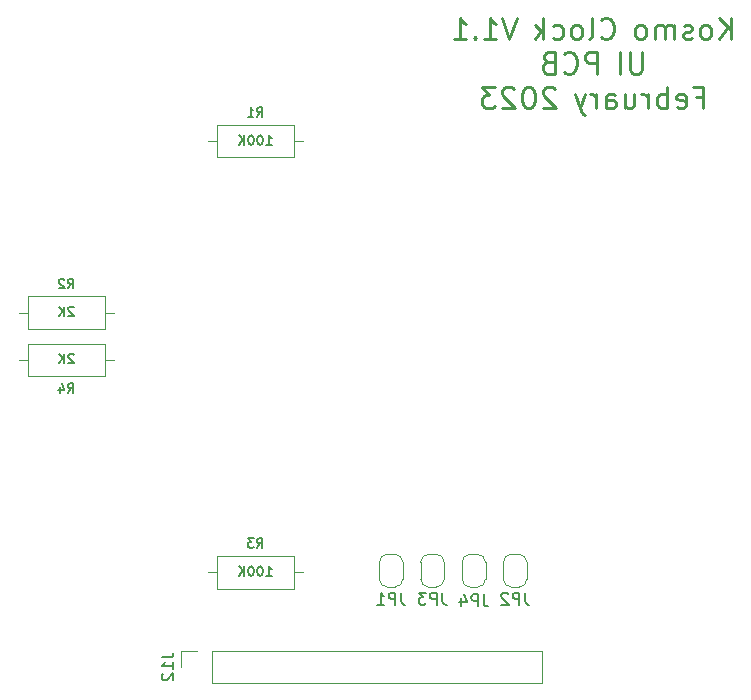
<source format=gbo>
G04 #@! TF.GenerationSoftware,KiCad,Pcbnew,(7.0.0)*
G04 #@! TF.CreationDate,2023-02-26T23:15:00-06:00*
G04 #@! TF.ProjectId,KosmoClockUI,4b6f736d-6f43-46c6-9f63-6b55492e6b69,rev?*
G04 #@! TF.SameCoordinates,Original*
G04 #@! TF.FileFunction,Legend,Bot*
G04 #@! TF.FilePolarity,Positive*
%FSLAX46Y46*%
G04 Gerber Fmt 4.6, Leading zero omitted, Abs format (unit mm)*
G04 Created by KiCad (PCBNEW (7.0.0)) date 2023-02-26 23:15:00*
%MOMM*%
%LPD*%
G01*
G04 APERTURE LIST*
G04 Aperture macros list*
%AMFreePoly0*
4,1,19,0.500000,-0.750000,0.000000,-0.750000,0.000000,-0.744911,-0.071157,-0.744911,-0.207708,-0.704816,-0.327430,-0.627875,-0.420627,-0.520320,-0.479746,-0.390866,-0.500000,-0.250000,-0.500000,0.250000,-0.479746,0.390866,-0.420627,0.520320,-0.327430,0.627875,-0.207708,0.704816,-0.071157,0.744911,0.000000,0.744911,0.000000,0.750000,0.500000,0.750000,0.500000,-0.750000,0.500000,-0.750000,
$1*%
%AMFreePoly1*
4,1,19,0.000000,0.744911,0.071157,0.744911,0.207708,0.704816,0.327430,0.627875,0.420627,0.520320,0.479746,0.390866,0.500000,0.250000,0.500000,-0.250000,0.479746,-0.390866,0.420627,-0.520320,0.327430,-0.627875,0.207708,-0.704816,0.071157,-0.744911,0.000000,-0.744911,0.000000,-0.750000,-0.500000,-0.750000,-0.500000,0.750000,0.000000,0.750000,0.000000,0.744911,0.000000,0.744911,
$1*%
G04 Aperture macros list end*
%ADD10C,0.250000*%
%ADD11C,0.150000*%
%ADD12C,0.120000*%
%ADD13C,2.700000*%
%ADD14C,3.000000*%
%ADD15C,1.600000*%
%ADD16C,1.800000*%
%ADD17R,2.000000X2.000000*%
%ADD18C,2.000000*%
%ADD19R,3.200000X2.000000*%
%ADD20FreePoly0,90.000000*%
%ADD21FreePoly1,90.000000*%
%ADD22FreePoly0,270.000000*%
%ADD23FreePoly1,270.000000*%
%ADD24O,1.600000X1.600000*%
%ADD25R,1.700000X1.700000*%
%ADD26O,1.700000X1.700000*%
G04 APERTURE END LIST*
D10*
X268808570Y-24345285D02*
X268808570Y-22545285D01*
X267779999Y-24345285D02*
X268551427Y-23316714D01*
X267779999Y-22545285D02*
X268808570Y-23573857D01*
X266751427Y-24345285D02*
X266922856Y-24259571D01*
X266922856Y-24259571D02*
X267008570Y-24173857D01*
X267008570Y-24173857D02*
X267094284Y-24002428D01*
X267094284Y-24002428D02*
X267094284Y-23488142D01*
X267094284Y-23488142D02*
X267008570Y-23316714D01*
X267008570Y-23316714D02*
X266922856Y-23231000D01*
X266922856Y-23231000D02*
X266751427Y-23145285D01*
X266751427Y-23145285D02*
X266494284Y-23145285D01*
X266494284Y-23145285D02*
X266322856Y-23231000D01*
X266322856Y-23231000D02*
X266237142Y-23316714D01*
X266237142Y-23316714D02*
X266151427Y-23488142D01*
X266151427Y-23488142D02*
X266151427Y-24002428D01*
X266151427Y-24002428D02*
X266237142Y-24173857D01*
X266237142Y-24173857D02*
X266322856Y-24259571D01*
X266322856Y-24259571D02*
X266494284Y-24345285D01*
X266494284Y-24345285D02*
X266751427Y-24345285D01*
X265465713Y-24259571D02*
X265294285Y-24345285D01*
X265294285Y-24345285D02*
X264951428Y-24345285D01*
X264951428Y-24345285D02*
X264779999Y-24259571D01*
X264779999Y-24259571D02*
X264694285Y-24088142D01*
X264694285Y-24088142D02*
X264694285Y-24002428D01*
X264694285Y-24002428D02*
X264779999Y-23831000D01*
X264779999Y-23831000D02*
X264951428Y-23745285D01*
X264951428Y-23745285D02*
X265208571Y-23745285D01*
X265208571Y-23745285D02*
X265379999Y-23659571D01*
X265379999Y-23659571D02*
X265465713Y-23488142D01*
X265465713Y-23488142D02*
X265465713Y-23402428D01*
X265465713Y-23402428D02*
X265379999Y-23231000D01*
X265379999Y-23231000D02*
X265208571Y-23145285D01*
X265208571Y-23145285D02*
X264951428Y-23145285D01*
X264951428Y-23145285D02*
X264779999Y-23231000D01*
X263922856Y-24345285D02*
X263922856Y-23145285D01*
X263922856Y-23316714D02*
X263837142Y-23231000D01*
X263837142Y-23231000D02*
X263665713Y-23145285D01*
X263665713Y-23145285D02*
X263408570Y-23145285D01*
X263408570Y-23145285D02*
X263237142Y-23231000D01*
X263237142Y-23231000D02*
X263151428Y-23402428D01*
X263151428Y-23402428D02*
X263151428Y-24345285D01*
X263151428Y-23402428D02*
X263065713Y-23231000D01*
X263065713Y-23231000D02*
X262894285Y-23145285D01*
X262894285Y-23145285D02*
X262637142Y-23145285D01*
X262637142Y-23145285D02*
X262465713Y-23231000D01*
X262465713Y-23231000D02*
X262379999Y-23402428D01*
X262379999Y-23402428D02*
X262379999Y-24345285D01*
X261265713Y-24345285D02*
X261437142Y-24259571D01*
X261437142Y-24259571D02*
X261522856Y-24173857D01*
X261522856Y-24173857D02*
X261608570Y-24002428D01*
X261608570Y-24002428D02*
X261608570Y-23488142D01*
X261608570Y-23488142D02*
X261522856Y-23316714D01*
X261522856Y-23316714D02*
X261437142Y-23231000D01*
X261437142Y-23231000D02*
X261265713Y-23145285D01*
X261265713Y-23145285D02*
X261008570Y-23145285D01*
X261008570Y-23145285D02*
X260837142Y-23231000D01*
X260837142Y-23231000D02*
X260751428Y-23316714D01*
X260751428Y-23316714D02*
X260665713Y-23488142D01*
X260665713Y-23488142D02*
X260665713Y-24002428D01*
X260665713Y-24002428D02*
X260751428Y-24173857D01*
X260751428Y-24173857D02*
X260837142Y-24259571D01*
X260837142Y-24259571D02*
X261008570Y-24345285D01*
X261008570Y-24345285D02*
X261265713Y-24345285D01*
X257785714Y-24173857D02*
X257871428Y-24259571D01*
X257871428Y-24259571D02*
X258128571Y-24345285D01*
X258128571Y-24345285D02*
X258299999Y-24345285D01*
X258299999Y-24345285D02*
X258557142Y-24259571D01*
X258557142Y-24259571D02*
X258728571Y-24088142D01*
X258728571Y-24088142D02*
X258814285Y-23916714D01*
X258814285Y-23916714D02*
X258899999Y-23573857D01*
X258899999Y-23573857D02*
X258899999Y-23316714D01*
X258899999Y-23316714D02*
X258814285Y-22973857D01*
X258814285Y-22973857D02*
X258728571Y-22802428D01*
X258728571Y-22802428D02*
X258557142Y-22631000D01*
X258557142Y-22631000D02*
X258299999Y-22545285D01*
X258299999Y-22545285D02*
X258128571Y-22545285D01*
X258128571Y-22545285D02*
X257871428Y-22631000D01*
X257871428Y-22631000D02*
X257785714Y-22716714D01*
X256757142Y-24345285D02*
X256928571Y-24259571D01*
X256928571Y-24259571D02*
X257014285Y-24088142D01*
X257014285Y-24088142D02*
X257014285Y-22545285D01*
X255814285Y-24345285D02*
X255985714Y-24259571D01*
X255985714Y-24259571D02*
X256071428Y-24173857D01*
X256071428Y-24173857D02*
X256157142Y-24002428D01*
X256157142Y-24002428D02*
X256157142Y-23488142D01*
X256157142Y-23488142D02*
X256071428Y-23316714D01*
X256071428Y-23316714D02*
X255985714Y-23231000D01*
X255985714Y-23231000D02*
X255814285Y-23145285D01*
X255814285Y-23145285D02*
X255557142Y-23145285D01*
X255557142Y-23145285D02*
X255385714Y-23231000D01*
X255385714Y-23231000D02*
X255300000Y-23316714D01*
X255300000Y-23316714D02*
X255214285Y-23488142D01*
X255214285Y-23488142D02*
X255214285Y-24002428D01*
X255214285Y-24002428D02*
X255300000Y-24173857D01*
X255300000Y-24173857D02*
X255385714Y-24259571D01*
X255385714Y-24259571D02*
X255557142Y-24345285D01*
X255557142Y-24345285D02*
X255814285Y-24345285D01*
X253671429Y-24259571D02*
X253842857Y-24345285D01*
X253842857Y-24345285D02*
X254185714Y-24345285D01*
X254185714Y-24345285D02*
X254357143Y-24259571D01*
X254357143Y-24259571D02*
X254442857Y-24173857D01*
X254442857Y-24173857D02*
X254528571Y-24002428D01*
X254528571Y-24002428D02*
X254528571Y-23488142D01*
X254528571Y-23488142D02*
X254442857Y-23316714D01*
X254442857Y-23316714D02*
X254357143Y-23231000D01*
X254357143Y-23231000D02*
X254185714Y-23145285D01*
X254185714Y-23145285D02*
X253842857Y-23145285D01*
X253842857Y-23145285D02*
X253671429Y-23231000D01*
X252900000Y-24345285D02*
X252900000Y-22545285D01*
X252728572Y-23659571D02*
X252214286Y-24345285D01*
X252214286Y-23145285D02*
X252900000Y-23831000D01*
X250620000Y-22545285D02*
X250020000Y-24345285D01*
X250020000Y-24345285D02*
X249420000Y-22545285D01*
X247877143Y-24345285D02*
X248905714Y-24345285D01*
X248391429Y-24345285D02*
X248391429Y-22545285D01*
X248391429Y-22545285D02*
X248562857Y-22802428D01*
X248562857Y-22802428D02*
X248734286Y-22973857D01*
X248734286Y-22973857D02*
X248905714Y-23059571D01*
X247105714Y-24173857D02*
X247020000Y-24259571D01*
X247020000Y-24259571D02*
X247105714Y-24345285D01*
X247105714Y-24345285D02*
X247191428Y-24259571D01*
X247191428Y-24259571D02*
X247105714Y-24173857D01*
X247105714Y-24173857D02*
X247105714Y-24345285D01*
X245305714Y-24345285D02*
X246334285Y-24345285D01*
X245820000Y-24345285D02*
X245820000Y-22545285D01*
X245820000Y-22545285D02*
X245991428Y-22802428D01*
X245991428Y-22802428D02*
X246162857Y-22973857D01*
X246162857Y-22973857D02*
X246334285Y-23059571D01*
X261282856Y-25461285D02*
X261282856Y-26918428D01*
X261282856Y-26918428D02*
X261197142Y-27089857D01*
X261197142Y-27089857D02*
X261111428Y-27175571D01*
X261111428Y-27175571D02*
X260939999Y-27261285D01*
X260939999Y-27261285D02*
X260597142Y-27261285D01*
X260597142Y-27261285D02*
X260425713Y-27175571D01*
X260425713Y-27175571D02*
X260339999Y-27089857D01*
X260339999Y-27089857D02*
X260254285Y-26918428D01*
X260254285Y-26918428D02*
X260254285Y-25461285D01*
X259397142Y-27261285D02*
X259397142Y-25461285D01*
X257459999Y-27261285D02*
X257459999Y-25461285D01*
X257459999Y-25461285D02*
X256774285Y-25461285D01*
X256774285Y-25461285D02*
X256602856Y-25547000D01*
X256602856Y-25547000D02*
X256517142Y-25632714D01*
X256517142Y-25632714D02*
X256431428Y-25804142D01*
X256431428Y-25804142D02*
X256431428Y-26061285D01*
X256431428Y-26061285D02*
X256517142Y-26232714D01*
X256517142Y-26232714D02*
X256602856Y-26318428D01*
X256602856Y-26318428D02*
X256774285Y-26404142D01*
X256774285Y-26404142D02*
X257459999Y-26404142D01*
X254631428Y-27089857D02*
X254717142Y-27175571D01*
X254717142Y-27175571D02*
X254974285Y-27261285D01*
X254974285Y-27261285D02*
X255145713Y-27261285D01*
X255145713Y-27261285D02*
X255402856Y-27175571D01*
X255402856Y-27175571D02*
X255574285Y-27004142D01*
X255574285Y-27004142D02*
X255659999Y-26832714D01*
X255659999Y-26832714D02*
X255745713Y-26489857D01*
X255745713Y-26489857D02*
X255745713Y-26232714D01*
X255745713Y-26232714D02*
X255659999Y-25889857D01*
X255659999Y-25889857D02*
X255574285Y-25718428D01*
X255574285Y-25718428D02*
X255402856Y-25547000D01*
X255402856Y-25547000D02*
X255145713Y-25461285D01*
X255145713Y-25461285D02*
X254974285Y-25461285D01*
X254974285Y-25461285D02*
X254717142Y-25547000D01*
X254717142Y-25547000D02*
X254631428Y-25632714D01*
X253259999Y-26318428D02*
X253002856Y-26404142D01*
X253002856Y-26404142D02*
X252917142Y-26489857D01*
X252917142Y-26489857D02*
X252831428Y-26661285D01*
X252831428Y-26661285D02*
X252831428Y-26918428D01*
X252831428Y-26918428D02*
X252917142Y-27089857D01*
X252917142Y-27089857D02*
X253002856Y-27175571D01*
X253002856Y-27175571D02*
X253174285Y-27261285D01*
X253174285Y-27261285D02*
X253859999Y-27261285D01*
X253859999Y-27261285D02*
X253859999Y-25461285D01*
X253859999Y-25461285D02*
X253259999Y-25461285D01*
X253259999Y-25461285D02*
X253088571Y-25547000D01*
X253088571Y-25547000D02*
X253002856Y-25632714D01*
X253002856Y-25632714D02*
X252917142Y-25804142D01*
X252917142Y-25804142D02*
X252917142Y-25975571D01*
X252917142Y-25975571D02*
X253002856Y-26147000D01*
X253002856Y-26147000D02*
X253088571Y-26232714D01*
X253088571Y-26232714D02*
X253259999Y-26318428D01*
X253259999Y-26318428D02*
X253859999Y-26318428D01*
X265825714Y-29234428D02*
X266425714Y-29234428D01*
X266425714Y-30177285D02*
X266425714Y-28377285D01*
X266425714Y-28377285D02*
X265568571Y-28377285D01*
X264197143Y-30091571D02*
X264368571Y-30177285D01*
X264368571Y-30177285D02*
X264711429Y-30177285D01*
X264711429Y-30177285D02*
X264882857Y-30091571D01*
X264882857Y-30091571D02*
X264968571Y-29920142D01*
X264968571Y-29920142D02*
X264968571Y-29234428D01*
X264968571Y-29234428D02*
X264882857Y-29063000D01*
X264882857Y-29063000D02*
X264711429Y-28977285D01*
X264711429Y-28977285D02*
X264368571Y-28977285D01*
X264368571Y-28977285D02*
X264197143Y-29063000D01*
X264197143Y-29063000D02*
X264111429Y-29234428D01*
X264111429Y-29234428D02*
X264111429Y-29405857D01*
X264111429Y-29405857D02*
X264968571Y-29577285D01*
X263340000Y-30177285D02*
X263340000Y-28377285D01*
X263340000Y-29063000D02*
X263168572Y-28977285D01*
X263168572Y-28977285D02*
X262825714Y-28977285D01*
X262825714Y-28977285D02*
X262654286Y-29063000D01*
X262654286Y-29063000D02*
X262568572Y-29148714D01*
X262568572Y-29148714D02*
X262482857Y-29320142D01*
X262482857Y-29320142D02*
X262482857Y-29834428D01*
X262482857Y-29834428D02*
X262568572Y-30005857D01*
X262568572Y-30005857D02*
X262654286Y-30091571D01*
X262654286Y-30091571D02*
X262825714Y-30177285D01*
X262825714Y-30177285D02*
X263168572Y-30177285D01*
X263168572Y-30177285D02*
X263340000Y-30091571D01*
X261711429Y-30177285D02*
X261711429Y-28977285D01*
X261711429Y-29320142D02*
X261625715Y-29148714D01*
X261625715Y-29148714D02*
X261540001Y-29063000D01*
X261540001Y-29063000D02*
X261368572Y-28977285D01*
X261368572Y-28977285D02*
X261197143Y-28977285D01*
X259825715Y-28977285D02*
X259825715Y-30177285D01*
X260597143Y-28977285D02*
X260597143Y-29920142D01*
X260597143Y-29920142D02*
X260511429Y-30091571D01*
X260511429Y-30091571D02*
X260340000Y-30177285D01*
X260340000Y-30177285D02*
X260082857Y-30177285D01*
X260082857Y-30177285D02*
X259911429Y-30091571D01*
X259911429Y-30091571D02*
X259825715Y-30005857D01*
X258197144Y-30177285D02*
X258197144Y-29234428D01*
X258197144Y-29234428D02*
X258282858Y-29063000D01*
X258282858Y-29063000D02*
X258454286Y-28977285D01*
X258454286Y-28977285D02*
X258797144Y-28977285D01*
X258797144Y-28977285D02*
X258968572Y-29063000D01*
X258197144Y-30091571D02*
X258368572Y-30177285D01*
X258368572Y-30177285D02*
X258797144Y-30177285D01*
X258797144Y-30177285D02*
X258968572Y-30091571D01*
X258968572Y-30091571D02*
X259054286Y-29920142D01*
X259054286Y-29920142D02*
X259054286Y-29748714D01*
X259054286Y-29748714D02*
X258968572Y-29577285D01*
X258968572Y-29577285D02*
X258797144Y-29491571D01*
X258797144Y-29491571D02*
X258368572Y-29491571D01*
X258368572Y-29491571D02*
X258197144Y-29405857D01*
X257340001Y-30177285D02*
X257340001Y-28977285D01*
X257340001Y-29320142D02*
X257254287Y-29148714D01*
X257254287Y-29148714D02*
X257168573Y-29063000D01*
X257168573Y-29063000D02*
X256997144Y-28977285D01*
X256997144Y-28977285D02*
X256825715Y-28977285D01*
X256397144Y-28977285D02*
X255968572Y-30177285D01*
X255540001Y-28977285D02*
X255968572Y-30177285D01*
X255968572Y-30177285D02*
X256140001Y-30605857D01*
X256140001Y-30605857D02*
X256225715Y-30691571D01*
X256225715Y-30691571D02*
X256397144Y-30777285D01*
X253860000Y-28548714D02*
X253774286Y-28463000D01*
X253774286Y-28463000D02*
X253602858Y-28377285D01*
X253602858Y-28377285D02*
X253174286Y-28377285D01*
X253174286Y-28377285D02*
X253002858Y-28463000D01*
X253002858Y-28463000D02*
X252917143Y-28548714D01*
X252917143Y-28548714D02*
X252831429Y-28720142D01*
X252831429Y-28720142D02*
X252831429Y-28891571D01*
X252831429Y-28891571D02*
X252917143Y-29148714D01*
X252917143Y-29148714D02*
X253945715Y-30177285D01*
X253945715Y-30177285D02*
X252831429Y-30177285D01*
X251717143Y-28377285D02*
X251545714Y-28377285D01*
X251545714Y-28377285D02*
X251374286Y-28463000D01*
X251374286Y-28463000D02*
X251288572Y-28548714D01*
X251288572Y-28548714D02*
X251202857Y-28720142D01*
X251202857Y-28720142D02*
X251117143Y-29063000D01*
X251117143Y-29063000D02*
X251117143Y-29491571D01*
X251117143Y-29491571D02*
X251202857Y-29834428D01*
X251202857Y-29834428D02*
X251288572Y-30005857D01*
X251288572Y-30005857D02*
X251374286Y-30091571D01*
X251374286Y-30091571D02*
X251545714Y-30177285D01*
X251545714Y-30177285D02*
X251717143Y-30177285D01*
X251717143Y-30177285D02*
X251888572Y-30091571D01*
X251888572Y-30091571D02*
X251974286Y-30005857D01*
X251974286Y-30005857D02*
X252060000Y-29834428D01*
X252060000Y-29834428D02*
X252145714Y-29491571D01*
X252145714Y-29491571D02*
X252145714Y-29063000D01*
X252145714Y-29063000D02*
X252060000Y-28720142D01*
X252060000Y-28720142D02*
X251974286Y-28548714D01*
X251974286Y-28548714D02*
X251888572Y-28463000D01*
X251888572Y-28463000D02*
X251717143Y-28377285D01*
X250431428Y-28548714D02*
X250345714Y-28463000D01*
X250345714Y-28463000D02*
X250174286Y-28377285D01*
X250174286Y-28377285D02*
X249745714Y-28377285D01*
X249745714Y-28377285D02*
X249574286Y-28463000D01*
X249574286Y-28463000D02*
X249488571Y-28548714D01*
X249488571Y-28548714D02*
X249402857Y-28720142D01*
X249402857Y-28720142D02*
X249402857Y-28891571D01*
X249402857Y-28891571D02*
X249488571Y-29148714D01*
X249488571Y-29148714D02*
X250517143Y-30177285D01*
X250517143Y-30177285D02*
X249402857Y-30177285D01*
X248802857Y-28377285D02*
X247688571Y-28377285D01*
X247688571Y-28377285D02*
X248288571Y-29063000D01*
X248288571Y-29063000D02*
X248031428Y-29063000D01*
X248031428Y-29063000D02*
X247860000Y-29148714D01*
X247860000Y-29148714D02*
X247774285Y-29234428D01*
X247774285Y-29234428D02*
X247688571Y-29405857D01*
X247688571Y-29405857D02*
X247688571Y-29834428D01*
X247688571Y-29834428D02*
X247774285Y-30005857D01*
X247774285Y-30005857D02*
X247860000Y-30091571D01*
X247860000Y-30091571D02*
X248031428Y-30177285D01*
X248031428Y-30177285D02*
X248545714Y-30177285D01*
X248545714Y-30177285D02*
X248717142Y-30091571D01*
X248717142Y-30091571D02*
X248802857Y-30005857D01*
D11*
X240833333Y-71217380D02*
X240833333Y-71931666D01*
X240833333Y-71931666D02*
X240880952Y-72074523D01*
X240880952Y-72074523D02*
X240976190Y-72169761D01*
X240976190Y-72169761D02*
X241119047Y-72217380D01*
X241119047Y-72217380D02*
X241214285Y-72217380D01*
X240357142Y-72217380D02*
X240357142Y-71217380D01*
X240357142Y-71217380D02*
X239976190Y-71217380D01*
X239976190Y-71217380D02*
X239880952Y-71265000D01*
X239880952Y-71265000D02*
X239833333Y-71312619D01*
X239833333Y-71312619D02*
X239785714Y-71407857D01*
X239785714Y-71407857D02*
X239785714Y-71550714D01*
X239785714Y-71550714D02*
X239833333Y-71645952D01*
X239833333Y-71645952D02*
X239880952Y-71693571D01*
X239880952Y-71693571D02*
X239976190Y-71741190D01*
X239976190Y-71741190D02*
X240357142Y-71741190D01*
X238833333Y-72217380D02*
X239404761Y-72217380D01*
X239119047Y-72217380D02*
X239119047Y-71217380D01*
X239119047Y-71217380D02*
X239214285Y-71360238D01*
X239214285Y-71360238D02*
X239309523Y-71455476D01*
X239309523Y-71455476D02*
X239404761Y-71503095D01*
X251333333Y-71217380D02*
X251333333Y-71931666D01*
X251333333Y-71931666D02*
X251380952Y-72074523D01*
X251380952Y-72074523D02*
X251476190Y-72169761D01*
X251476190Y-72169761D02*
X251619047Y-72217380D01*
X251619047Y-72217380D02*
X251714285Y-72217380D01*
X250857142Y-72217380D02*
X250857142Y-71217380D01*
X250857142Y-71217380D02*
X250476190Y-71217380D01*
X250476190Y-71217380D02*
X250380952Y-71265000D01*
X250380952Y-71265000D02*
X250333333Y-71312619D01*
X250333333Y-71312619D02*
X250285714Y-71407857D01*
X250285714Y-71407857D02*
X250285714Y-71550714D01*
X250285714Y-71550714D02*
X250333333Y-71645952D01*
X250333333Y-71645952D02*
X250380952Y-71693571D01*
X250380952Y-71693571D02*
X250476190Y-71741190D01*
X250476190Y-71741190D02*
X250857142Y-71741190D01*
X249904761Y-71312619D02*
X249857142Y-71265000D01*
X249857142Y-71265000D02*
X249761904Y-71217380D01*
X249761904Y-71217380D02*
X249523809Y-71217380D01*
X249523809Y-71217380D02*
X249428571Y-71265000D01*
X249428571Y-71265000D02*
X249380952Y-71312619D01*
X249380952Y-71312619D02*
X249333333Y-71407857D01*
X249333333Y-71407857D02*
X249333333Y-71503095D01*
X249333333Y-71503095D02*
X249380952Y-71645952D01*
X249380952Y-71645952D02*
X249952380Y-72217380D01*
X249952380Y-72217380D02*
X249333333Y-72217380D01*
X228633332Y-67423904D02*
X228899999Y-67042952D01*
X229090475Y-67423904D02*
X229090475Y-66623904D01*
X229090475Y-66623904D02*
X228785713Y-66623904D01*
X228785713Y-66623904D02*
X228709523Y-66662000D01*
X228709523Y-66662000D02*
X228671428Y-66700095D01*
X228671428Y-66700095D02*
X228633332Y-66776285D01*
X228633332Y-66776285D02*
X228633332Y-66890571D01*
X228633332Y-66890571D02*
X228671428Y-66966761D01*
X228671428Y-66966761D02*
X228709523Y-67004857D01*
X228709523Y-67004857D02*
X228785713Y-67042952D01*
X228785713Y-67042952D02*
X229090475Y-67042952D01*
X228366666Y-66623904D02*
X227871428Y-66623904D01*
X227871428Y-66623904D02*
X228138094Y-66928666D01*
X228138094Y-66928666D02*
X228023809Y-66928666D01*
X228023809Y-66928666D02*
X227947618Y-66966761D01*
X227947618Y-66966761D02*
X227909523Y-67004857D01*
X227909523Y-67004857D02*
X227871428Y-67081047D01*
X227871428Y-67081047D02*
X227871428Y-67271523D01*
X227871428Y-67271523D02*
X227909523Y-67347714D01*
X227909523Y-67347714D02*
X227947618Y-67385809D01*
X227947618Y-67385809D02*
X228023809Y-67423904D01*
X228023809Y-67423904D02*
X228252380Y-67423904D01*
X228252380Y-67423904D02*
X228328571Y-67385809D01*
X228328571Y-67385809D02*
X228366666Y-67347714D01*
X229433333Y-69793904D02*
X229890476Y-69793904D01*
X229661904Y-69793904D02*
X229661904Y-68993904D01*
X229661904Y-68993904D02*
X229738095Y-69108190D01*
X229738095Y-69108190D02*
X229814285Y-69184380D01*
X229814285Y-69184380D02*
X229890476Y-69222476D01*
X228938094Y-68993904D02*
X228861904Y-68993904D01*
X228861904Y-68993904D02*
X228785713Y-69032000D01*
X228785713Y-69032000D02*
X228747618Y-69070095D01*
X228747618Y-69070095D02*
X228709523Y-69146285D01*
X228709523Y-69146285D02*
X228671428Y-69298666D01*
X228671428Y-69298666D02*
X228671428Y-69489142D01*
X228671428Y-69489142D02*
X228709523Y-69641523D01*
X228709523Y-69641523D02*
X228747618Y-69717714D01*
X228747618Y-69717714D02*
X228785713Y-69755809D01*
X228785713Y-69755809D02*
X228861904Y-69793904D01*
X228861904Y-69793904D02*
X228938094Y-69793904D01*
X228938094Y-69793904D02*
X229014285Y-69755809D01*
X229014285Y-69755809D02*
X229052380Y-69717714D01*
X229052380Y-69717714D02*
X229090475Y-69641523D01*
X229090475Y-69641523D02*
X229128571Y-69489142D01*
X229128571Y-69489142D02*
X229128571Y-69298666D01*
X229128571Y-69298666D02*
X229090475Y-69146285D01*
X229090475Y-69146285D02*
X229052380Y-69070095D01*
X229052380Y-69070095D02*
X229014285Y-69032000D01*
X229014285Y-69032000D02*
X228938094Y-68993904D01*
X228176189Y-68993904D02*
X228099999Y-68993904D01*
X228099999Y-68993904D02*
X228023808Y-69032000D01*
X228023808Y-69032000D02*
X227985713Y-69070095D01*
X227985713Y-69070095D02*
X227947618Y-69146285D01*
X227947618Y-69146285D02*
X227909523Y-69298666D01*
X227909523Y-69298666D02*
X227909523Y-69489142D01*
X227909523Y-69489142D02*
X227947618Y-69641523D01*
X227947618Y-69641523D02*
X227985713Y-69717714D01*
X227985713Y-69717714D02*
X228023808Y-69755809D01*
X228023808Y-69755809D02*
X228099999Y-69793904D01*
X228099999Y-69793904D02*
X228176189Y-69793904D01*
X228176189Y-69793904D02*
X228252380Y-69755809D01*
X228252380Y-69755809D02*
X228290475Y-69717714D01*
X228290475Y-69717714D02*
X228328570Y-69641523D01*
X228328570Y-69641523D02*
X228366666Y-69489142D01*
X228366666Y-69489142D02*
X228366666Y-69298666D01*
X228366666Y-69298666D02*
X228328570Y-69146285D01*
X228328570Y-69146285D02*
X228290475Y-69070095D01*
X228290475Y-69070095D02*
X228252380Y-69032000D01*
X228252380Y-69032000D02*
X228176189Y-68993904D01*
X227566665Y-69793904D02*
X227566665Y-68993904D01*
X227109522Y-69793904D02*
X227452380Y-69336761D01*
X227109522Y-68993904D02*
X227566665Y-69451047D01*
X212633332Y-54293904D02*
X212899999Y-53912952D01*
X213090475Y-54293904D02*
X213090475Y-53493904D01*
X213090475Y-53493904D02*
X212785713Y-53493904D01*
X212785713Y-53493904D02*
X212709523Y-53532000D01*
X212709523Y-53532000D02*
X212671428Y-53570095D01*
X212671428Y-53570095D02*
X212633332Y-53646285D01*
X212633332Y-53646285D02*
X212633332Y-53760571D01*
X212633332Y-53760571D02*
X212671428Y-53836761D01*
X212671428Y-53836761D02*
X212709523Y-53874857D01*
X212709523Y-53874857D02*
X212785713Y-53912952D01*
X212785713Y-53912952D02*
X213090475Y-53912952D01*
X211947618Y-53760571D02*
X211947618Y-54293904D01*
X212138094Y-53455809D02*
X212328571Y-54027238D01*
X212328571Y-54027238D02*
X211833332Y-54027238D01*
X213128571Y-51070095D02*
X213090475Y-51032000D01*
X213090475Y-51032000D02*
X213014285Y-50993904D01*
X213014285Y-50993904D02*
X212823809Y-50993904D01*
X212823809Y-50993904D02*
X212747618Y-51032000D01*
X212747618Y-51032000D02*
X212709523Y-51070095D01*
X212709523Y-51070095D02*
X212671428Y-51146285D01*
X212671428Y-51146285D02*
X212671428Y-51222476D01*
X212671428Y-51222476D02*
X212709523Y-51336761D01*
X212709523Y-51336761D02*
X213166666Y-51793904D01*
X213166666Y-51793904D02*
X212671428Y-51793904D01*
X212328570Y-51793904D02*
X212328570Y-50993904D01*
X211871427Y-51793904D02*
X212214285Y-51336761D01*
X211871427Y-50993904D02*
X212328570Y-51451047D01*
X247833333Y-71367380D02*
X247833333Y-72081666D01*
X247833333Y-72081666D02*
X247880952Y-72224523D01*
X247880952Y-72224523D02*
X247976190Y-72319761D01*
X247976190Y-72319761D02*
X248119047Y-72367380D01*
X248119047Y-72367380D02*
X248214285Y-72367380D01*
X247357142Y-72367380D02*
X247357142Y-71367380D01*
X247357142Y-71367380D02*
X246976190Y-71367380D01*
X246976190Y-71367380D02*
X246880952Y-71415000D01*
X246880952Y-71415000D02*
X246833333Y-71462619D01*
X246833333Y-71462619D02*
X246785714Y-71557857D01*
X246785714Y-71557857D02*
X246785714Y-71700714D01*
X246785714Y-71700714D02*
X246833333Y-71795952D01*
X246833333Y-71795952D02*
X246880952Y-71843571D01*
X246880952Y-71843571D02*
X246976190Y-71891190D01*
X246976190Y-71891190D02*
X247357142Y-71891190D01*
X245928571Y-71700714D02*
X245928571Y-72367380D01*
X246166666Y-71319761D02*
X246404761Y-72034047D01*
X246404761Y-72034047D02*
X245785714Y-72034047D01*
X244333333Y-71217380D02*
X244333333Y-71931666D01*
X244333333Y-71931666D02*
X244380952Y-72074523D01*
X244380952Y-72074523D02*
X244476190Y-72169761D01*
X244476190Y-72169761D02*
X244619047Y-72217380D01*
X244619047Y-72217380D02*
X244714285Y-72217380D01*
X243857142Y-72217380D02*
X243857142Y-71217380D01*
X243857142Y-71217380D02*
X243476190Y-71217380D01*
X243476190Y-71217380D02*
X243380952Y-71265000D01*
X243380952Y-71265000D02*
X243333333Y-71312619D01*
X243333333Y-71312619D02*
X243285714Y-71407857D01*
X243285714Y-71407857D02*
X243285714Y-71550714D01*
X243285714Y-71550714D02*
X243333333Y-71645952D01*
X243333333Y-71645952D02*
X243380952Y-71693571D01*
X243380952Y-71693571D02*
X243476190Y-71741190D01*
X243476190Y-71741190D02*
X243857142Y-71741190D01*
X242952380Y-71217380D02*
X242333333Y-71217380D01*
X242333333Y-71217380D02*
X242666666Y-71598333D01*
X242666666Y-71598333D02*
X242523809Y-71598333D01*
X242523809Y-71598333D02*
X242428571Y-71645952D01*
X242428571Y-71645952D02*
X242380952Y-71693571D01*
X242380952Y-71693571D02*
X242333333Y-71788809D01*
X242333333Y-71788809D02*
X242333333Y-72026904D01*
X242333333Y-72026904D02*
X242380952Y-72122142D01*
X242380952Y-72122142D02*
X242428571Y-72169761D01*
X242428571Y-72169761D02*
X242523809Y-72217380D01*
X242523809Y-72217380D02*
X242809523Y-72217380D01*
X242809523Y-72217380D02*
X242904761Y-72169761D01*
X242904761Y-72169761D02*
X242952380Y-72122142D01*
X212633332Y-45423904D02*
X212899999Y-45042952D01*
X213090475Y-45423904D02*
X213090475Y-44623904D01*
X213090475Y-44623904D02*
X212785713Y-44623904D01*
X212785713Y-44623904D02*
X212709523Y-44662000D01*
X212709523Y-44662000D02*
X212671428Y-44700095D01*
X212671428Y-44700095D02*
X212633332Y-44776285D01*
X212633332Y-44776285D02*
X212633332Y-44890571D01*
X212633332Y-44890571D02*
X212671428Y-44966761D01*
X212671428Y-44966761D02*
X212709523Y-45004857D01*
X212709523Y-45004857D02*
X212785713Y-45042952D01*
X212785713Y-45042952D02*
X213090475Y-45042952D01*
X212328571Y-44700095D02*
X212290475Y-44662000D01*
X212290475Y-44662000D02*
X212214285Y-44623904D01*
X212214285Y-44623904D02*
X212023809Y-44623904D01*
X212023809Y-44623904D02*
X211947618Y-44662000D01*
X211947618Y-44662000D02*
X211909523Y-44700095D01*
X211909523Y-44700095D02*
X211871428Y-44776285D01*
X211871428Y-44776285D02*
X211871428Y-44852476D01*
X211871428Y-44852476D02*
X211909523Y-44966761D01*
X211909523Y-44966761D02*
X212366666Y-45423904D01*
X212366666Y-45423904D02*
X211871428Y-45423904D01*
X213128571Y-47070095D02*
X213090475Y-47032000D01*
X213090475Y-47032000D02*
X213014285Y-46993904D01*
X213014285Y-46993904D02*
X212823809Y-46993904D01*
X212823809Y-46993904D02*
X212747618Y-47032000D01*
X212747618Y-47032000D02*
X212709523Y-47070095D01*
X212709523Y-47070095D02*
X212671428Y-47146285D01*
X212671428Y-47146285D02*
X212671428Y-47222476D01*
X212671428Y-47222476D02*
X212709523Y-47336761D01*
X212709523Y-47336761D02*
X213166666Y-47793904D01*
X213166666Y-47793904D02*
X212671428Y-47793904D01*
X212328570Y-47793904D02*
X212328570Y-46993904D01*
X211871427Y-47793904D02*
X212214285Y-47336761D01*
X211871427Y-46993904D02*
X212328570Y-47451047D01*
X220562380Y-76690476D02*
X221276666Y-76690476D01*
X221276666Y-76690476D02*
X221419523Y-76642857D01*
X221419523Y-76642857D02*
X221514761Y-76547619D01*
X221514761Y-76547619D02*
X221562380Y-76404762D01*
X221562380Y-76404762D02*
X221562380Y-76309524D01*
X221562380Y-77690476D02*
X221562380Y-77119048D01*
X221562380Y-77404762D02*
X220562380Y-77404762D01*
X220562380Y-77404762D02*
X220705238Y-77309524D01*
X220705238Y-77309524D02*
X220800476Y-77214286D01*
X220800476Y-77214286D02*
X220848095Y-77119048D01*
X220657619Y-78071429D02*
X220610000Y-78119048D01*
X220610000Y-78119048D02*
X220562380Y-78214286D01*
X220562380Y-78214286D02*
X220562380Y-78452381D01*
X220562380Y-78452381D02*
X220610000Y-78547619D01*
X220610000Y-78547619D02*
X220657619Y-78595238D01*
X220657619Y-78595238D02*
X220752857Y-78642857D01*
X220752857Y-78642857D02*
X220848095Y-78642857D01*
X220848095Y-78642857D02*
X220990952Y-78595238D01*
X220990952Y-78595238D02*
X221562380Y-78023810D01*
X221562380Y-78023810D02*
X221562380Y-78642857D01*
X228633332Y-30923904D02*
X228899999Y-30542952D01*
X229090475Y-30923904D02*
X229090475Y-30123904D01*
X229090475Y-30123904D02*
X228785713Y-30123904D01*
X228785713Y-30123904D02*
X228709523Y-30162000D01*
X228709523Y-30162000D02*
X228671428Y-30200095D01*
X228671428Y-30200095D02*
X228633332Y-30276285D01*
X228633332Y-30276285D02*
X228633332Y-30390571D01*
X228633332Y-30390571D02*
X228671428Y-30466761D01*
X228671428Y-30466761D02*
X228709523Y-30504857D01*
X228709523Y-30504857D02*
X228785713Y-30542952D01*
X228785713Y-30542952D02*
X229090475Y-30542952D01*
X227871428Y-30923904D02*
X228328571Y-30923904D01*
X228099999Y-30923904D02*
X228099999Y-30123904D01*
X228099999Y-30123904D02*
X228176190Y-30238190D01*
X228176190Y-30238190D02*
X228252380Y-30314380D01*
X228252380Y-30314380D02*
X228328571Y-30352476D01*
X229433333Y-33293904D02*
X229890476Y-33293904D01*
X229661904Y-33293904D02*
X229661904Y-32493904D01*
X229661904Y-32493904D02*
X229738095Y-32608190D01*
X229738095Y-32608190D02*
X229814285Y-32684380D01*
X229814285Y-32684380D02*
X229890476Y-32722476D01*
X228938094Y-32493904D02*
X228861904Y-32493904D01*
X228861904Y-32493904D02*
X228785713Y-32532000D01*
X228785713Y-32532000D02*
X228747618Y-32570095D01*
X228747618Y-32570095D02*
X228709523Y-32646285D01*
X228709523Y-32646285D02*
X228671428Y-32798666D01*
X228671428Y-32798666D02*
X228671428Y-32989142D01*
X228671428Y-32989142D02*
X228709523Y-33141523D01*
X228709523Y-33141523D02*
X228747618Y-33217714D01*
X228747618Y-33217714D02*
X228785713Y-33255809D01*
X228785713Y-33255809D02*
X228861904Y-33293904D01*
X228861904Y-33293904D02*
X228938094Y-33293904D01*
X228938094Y-33293904D02*
X229014285Y-33255809D01*
X229014285Y-33255809D02*
X229052380Y-33217714D01*
X229052380Y-33217714D02*
X229090475Y-33141523D01*
X229090475Y-33141523D02*
X229128571Y-32989142D01*
X229128571Y-32989142D02*
X229128571Y-32798666D01*
X229128571Y-32798666D02*
X229090475Y-32646285D01*
X229090475Y-32646285D02*
X229052380Y-32570095D01*
X229052380Y-32570095D02*
X229014285Y-32532000D01*
X229014285Y-32532000D02*
X228938094Y-32493904D01*
X228176189Y-32493904D02*
X228099999Y-32493904D01*
X228099999Y-32493904D02*
X228023808Y-32532000D01*
X228023808Y-32532000D02*
X227985713Y-32570095D01*
X227985713Y-32570095D02*
X227947618Y-32646285D01*
X227947618Y-32646285D02*
X227909523Y-32798666D01*
X227909523Y-32798666D02*
X227909523Y-32989142D01*
X227909523Y-32989142D02*
X227947618Y-33141523D01*
X227947618Y-33141523D02*
X227985713Y-33217714D01*
X227985713Y-33217714D02*
X228023808Y-33255809D01*
X228023808Y-33255809D02*
X228099999Y-33293904D01*
X228099999Y-33293904D02*
X228176189Y-33293904D01*
X228176189Y-33293904D02*
X228252380Y-33255809D01*
X228252380Y-33255809D02*
X228290475Y-33217714D01*
X228290475Y-33217714D02*
X228328570Y-33141523D01*
X228328570Y-33141523D02*
X228366666Y-32989142D01*
X228366666Y-32989142D02*
X228366666Y-32798666D01*
X228366666Y-32798666D02*
X228328570Y-32646285D01*
X228328570Y-32646285D02*
X228290475Y-32570095D01*
X228290475Y-32570095D02*
X228252380Y-32532000D01*
X228252380Y-32532000D02*
X228176189Y-32493904D01*
X227566665Y-33293904D02*
X227566665Y-32493904D01*
X227109522Y-33293904D02*
X227452380Y-32836761D01*
X227109522Y-32493904D02*
X227566665Y-32951047D01*
D12*
X239700000Y-70750000D02*
X240300000Y-70750000D01*
X241000000Y-70050000D02*
X241000000Y-68650000D01*
X239000000Y-68650000D02*
X239000000Y-70050000D01*
X240300000Y-67950000D02*
X239700000Y-67950000D01*
X239000000Y-70050000D02*
G75*
G03*
X239700000Y-70750000I699999J-1D01*
G01*
X240300000Y-70750000D02*
G75*
G03*
X241000000Y-70050000I1J699999D01*
G01*
X239700000Y-67950000D02*
G75*
G03*
X239000000Y-68650000I0J-700000D01*
G01*
X241000000Y-68650000D02*
G75*
G03*
X240300000Y-67950000I-700000J0D01*
G01*
X250800000Y-67950000D02*
X250200000Y-67950000D01*
X249500000Y-68650000D02*
X249500000Y-70050000D01*
X251500000Y-70050000D02*
X251500000Y-68650000D01*
X250200000Y-70750000D02*
X250800000Y-70750000D01*
X251500000Y-68650000D02*
G75*
G03*
X250800000Y-67950000I-699999J1D01*
G01*
X250200000Y-67950000D02*
G75*
G03*
X249500000Y-68650000I-1J-699999D01*
G01*
X250800000Y-70750000D02*
G75*
G03*
X251500000Y-70050000I0J700000D01*
G01*
X249500000Y-70050000D02*
G75*
G03*
X250200000Y-70750000I700000J0D01*
G01*
X232540000Y-69500000D02*
X231770000Y-69500000D01*
X231770000Y-70870000D02*
X225230000Y-70870000D01*
X231770000Y-68130000D02*
X231770000Y-70870000D01*
X225230000Y-70870000D02*
X225230000Y-68130000D01*
X225230000Y-68130000D02*
X231770000Y-68130000D01*
X224460000Y-69500000D02*
X225230000Y-69500000D01*
X216540000Y-51500000D02*
X215770000Y-51500000D01*
X215770000Y-52870000D02*
X209230000Y-52870000D01*
X215770000Y-50130000D02*
X215770000Y-52870000D01*
X209230000Y-52870000D02*
X209230000Y-50130000D01*
X209230000Y-50130000D02*
X215770000Y-50130000D01*
X208460000Y-51500000D02*
X209230000Y-51500000D01*
X246700000Y-70750000D02*
X247300000Y-70750000D01*
X248000000Y-70050000D02*
X248000000Y-68650000D01*
X246000000Y-68650000D02*
X246000000Y-70050000D01*
X247300000Y-67950000D02*
X246700000Y-67950000D01*
X246000000Y-70050000D02*
G75*
G03*
X246700000Y-70750000I699999J-1D01*
G01*
X247300000Y-70750000D02*
G75*
G03*
X248000000Y-70050000I1J699999D01*
G01*
X246700000Y-67950000D02*
G75*
G03*
X246000000Y-68650000I0J-700000D01*
G01*
X248000000Y-68650000D02*
G75*
G03*
X247300000Y-67950000I-700000J0D01*
G01*
X243800000Y-67950000D02*
X243200000Y-67950000D01*
X242500000Y-68650000D02*
X242500000Y-70050000D01*
X244500000Y-70050000D02*
X244500000Y-68650000D01*
X243200000Y-70750000D02*
X243800000Y-70750000D01*
X244500000Y-68650000D02*
G75*
G03*
X243800000Y-67950000I-699999J1D01*
G01*
X243200000Y-67950000D02*
G75*
G03*
X242500000Y-68650000I-1J-699999D01*
G01*
X243800000Y-70750000D02*
G75*
G03*
X244500000Y-70050000I0J700000D01*
G01*
X242500000Y-70050000D02*
G75*
G03*
X243200000Y-70750000I700000J0D01*
G01*
X216540000Y-47500000D02*
X215770000Y-47500000D01*
X215770000Y-48870000D02*
X209230000Y-48870000D01*
X215770000Y-46130000D02*
X215770000Y-48870000D01*
X209230000Y-48870000D02*
X209230000Y-46130000D01*
X209230000Y-46130000D02*
X215770000Y-46130000D01*
X208460000Y-47500000D02*
X209230000Y-47500000D01*
X252795000Y-76170000D02*
X252795000Y-78830000D01*
X224795000Y-76170000D02*
X252795000Y-76170000D01*
X224795000Y-76170000D02*
X224795000Y-78830000D01*
X223525000Y-76170000D02*
X222195000Y-76170000D01*
X222195000Y-76170000D02*
X222195000Y-77500000D01*
X224795000Y-78830000D02*
X252795000Y-78830000D01*
X232540000Y-33000000D02*
X231770000Y-33000000D01*
X231770000Y-34370000D02*
X225230000Y-34370000D01*
X231770000Y-31630000D02*
X231770000Y-34370000D01*
X225230000Y-34370000D02*
X225230000Y-31630000D01*
X225230000Y-31630000D02*
X231770000Y-31630000D01*
X224460000Y-33000000D02*
X225230000Y-33000000D01*
%LPC*%
D13*
X212500000Y-25000000D03*
D14*
X226595000Y-38905000D03*
X226595000Y-60905000D03*
X248595000Y-38905000D03*
X248595000Y-60905000D03*
D15*
X233785000Y-38405000D03*
X236325000Y-38405000D03*
X238865000Y-38405000D03*
X241405000Y-38405000D03*
D16*
X210200000Y-35000000D03*
X215200000Y-35000000D03*
X210200000Y-40000000D03*
X215200000Y-40000000D03*
X209600000Y-37500000D03*
X215800000Y-37500000D03*
D17*
X255249999Y-47499999D03*
D18*
X255250000Y-52500000D03*
X255250000Y-50000000D03*
D19*
X262749999Y-44399999D03*
X262749999Y-55599999D03*
D18*
X269750000Y-52500000D03*
X269750000Y-47500000D03*
D13*
X262500000Y-75000000D03*
D16*
X210200000Y-60000000D03*
X215200000Y-60000000D03*
X210200000Y-65000000D03*
X215200000Y-65000000D03*
X209600000Y-62500000D03*
X215800000Y-62500000D03*
D20*
X240000000Y-70000000D03*
D21*
X240000000Y-68700000D03*
D22*
X250500000Y-68700000D03*
D23*
X250500000Y-70000000D03*
D15*
X233580000Y-69500000D03*
D24*
X223419999Y-69499999D03*
D15*
X217580000Y-51500000D03*
D24*
X207419999Y-51499999D03*
D20*
X247000000Y-70000000D03*
D21*
X247000000Y-68700000D03*
D22*
X243500000Y-68700000D03*
D23*
X243500000Y-70000000D03*
D15*
X217580000Y-47500000D03*
D24*
X207419999Y-47499999D03*
D25*
X223524999Y-77499999D03*
D26*
X226064999Y-77499999D03*
X228604999Y-77499999D03*
X231144999Y-77499999D03*
X233684999Y-77499999D03*
X236224999Y-77499999D03*
X238764999Y-77499999D03*
X241304999Y-77499999D03*
X243844999Y-77499999D03*
X246384999Y-77499999D03*
X248924999Y-77499999D03*
X251464999Y-77499999D03*
D15*
X233580000Y-33000000D03*
D24*
X223419999Y-32999999D03*
M02*

</source>
